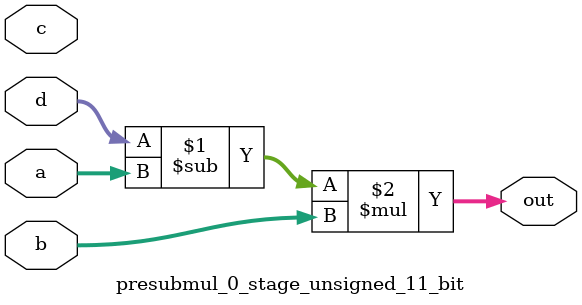
<source format=sv>
(* use_dsp = "yes" *) module presubmul_0_stage_unsigned_11_bit(
	input  [10:0] a,
	input  [10:0] b,
	input  [10:0] c,
	input  [10:0] d,
	output [10:0] out
	);

	assign out = (d - a) * b;
endmodule

</source>
